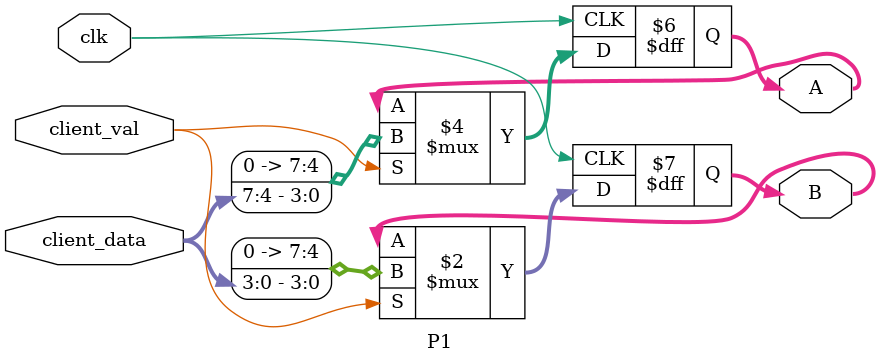
<source format=v>
module P1(clk, client_val, client_data, A, B);

parameter data_width = 8;

input                       clk;
input                       client_val;
input      [data_width-1:0] client_data;
output reg [data_width-1:0] A;
output reg [data_width-1:0] B;

always @(posedge clk) 
begin
    if (client_val) begin
        A <= client_data [data_width-1:4];
        B <= client_data [3:0];
    end
end

endmodule
</source>
